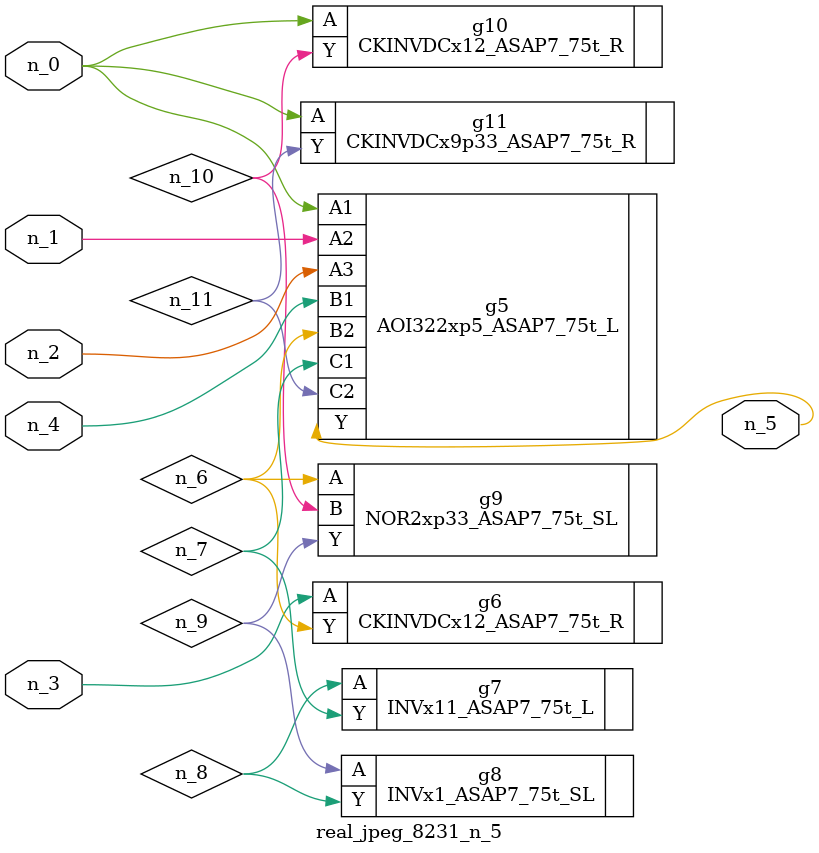
<source format=v>
module real_jpeg_8231_n_5 (n_4, n_0, n_1, n_2, n_3, n_5);

input n_4;
input n_0;
input n_1;
input n_2;
input n_3;

output n_5;

wire n_8;
wire n_11;
wire n_6;
wire n_7;
wire n_10;
wire n_9;

AOI322xp5_ASAP7_75t_L g5 ( 
.A1(n_0),
.A2(n_1),
.A3(n_2),
.B1(n_4),
.B2(n_6),
.C1(n_7),
.C2(n_11),
.Y(n_5)
);

CKINVDCx12_ASAP7_75t_R g10 ( 
.A(n_0),
.Y(n_10)
);

CKINVDCx9p33_ASAP7_75t_R g11 ( 
.A(n_0),
.Y(n_11)
);

CKINVDCx12_ASAP7_75t_R g6 ( 
.A(n_3),
.Y(n_6)
);

NOR2xp33_ASAP7_75t_SL g9 ( 
.A(n_6),
.B(n_10),
.Y(n_9)
);

INVx11_ASAP7_75t_L g7 ( 
.A(n_8),
.Y(n_7)
);

INVx1_ASAP7_75t_SL g8 ( 
.A(n_9),
.Y(n_8)
);


endmodule
</source>
